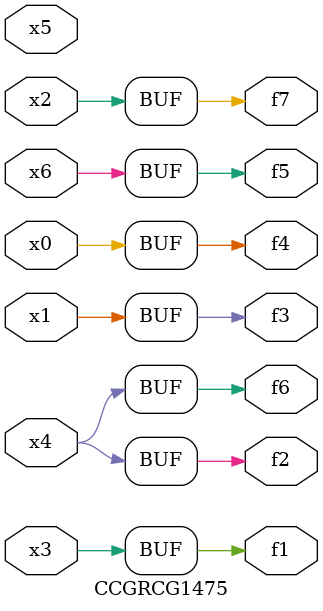
<source format=v>
module CCGRCG1475(
	input x0, x1, x2, x3, x4, x5, x6,
	output f1, f2, f3, f4, f5, f6, f7
);
	assign f1 = x3;
	assign f2 = x4;
	assign f3 = x1;
	assign f4 = x0;
	assign f5 = x6;
	assign f6 = x4;
	assign f7 = x2;
endmodule

</source>
